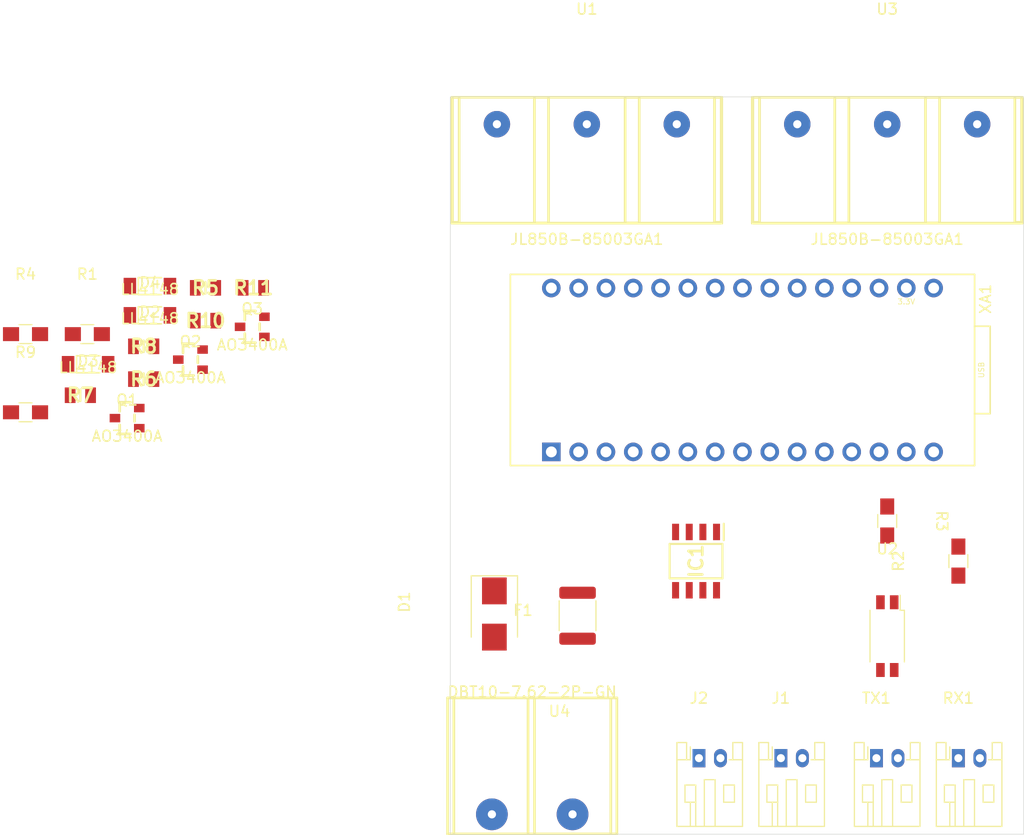
<source format=kicad_pcb>
(kicad_pcb (version 20211014) (generator pcbnew)
  (layers (0 "F.Cu" signal) (31 "B.Cu" signal) (34 "B.Paste" user) (35 "F.Paste" user) (36 "B.SilkS" user "B.Silkscreen") (37 "F.SilkS" user "F.Silkscreen") (38 "B.Mask" user) (39 "F.Mask" user) (44 "Edge.Cuts" user))
  (net 0 "")
  (net 1 "GND")
  (net 2 "R1+")
  (net 20 "R2-")
  (net 21 "R1-")
  (net 22 "RS485_RX")
  (net 23 "RS485_EN")
  (net 24 "RS485_TX")
  (net 25 "R3-")
  (net 26 "Net-(F1-Pad2)")
  (net 27 "Net-(Q1-Pad1)")
  (net 28 "Net-(Q2-Pad1)")
  (net 29 "Net-(Q3-Pad1)")
  (net 30 "Net-(IC1-Pad6)")
  (net 31 "Net-(IC1-Pad7)")
  (net 32 "Relay2")
  (net 33 "Net-(R3-Pad1)")
  (net 34 "Net-(R2-Pad2)")
  (net 35 "Net-(R3-Pad2)")
  (net 36 "Relay1")
  (net 37 "Net-(LED1-Pad2)")
  (net 38 "Net-(LED2-Pad2)")
  (net 39 "Relay3")
  (net 40 "Net-(LED3-Pad2)")
  (net 41 "Net-(TX1-Pad1)")
  (net 42 "Net-(TX1-Pad2)")
  (footprint "librarie2:0805W8F1002T5E" (layer "F.Cu") (at 180.329325 58.1515)
    (fp_text reference "R7" (at 0 0) (layer "F.SilkS") (effects (font (size 1.27 1.27) (thickness 0.254))))
    (fp_text value "10K" hide)
    (fp_line (start 0 -0.538) (end 0 0.538) (layer "F.SilkS") (width 0.2))
    (pad "1" smd rect locked (at -0.95 0) (size 1 1.45) (layers "F.Cu" "F.Paste" "F.Mask") (net 1 "GND"))
    (pad "2" smd rect locked (at 0.95 0) (size 1 1.45) (layers "F.Cu" "F.Paste" "F.Mask") (net 27 "Net-(Q1-Pad1)"))
  )
  (footprint "ModuleV440:resistor" (layer "F.Cu") (at 180.979325 47.3865)
    (fp_text reference "R1" (at 0 -0.5 unlocked) (layer "F.SilkS"))
    (fp_text value "220R")
    (fp_line (start -0.6 4.2) (end 0.6 4.2) (layer "F.SilkS") (width 0.12))
    (fp_line (start 0.6 5.96) (end -0.6 5.96) (layer "F.SilkS") (width 0.12))
    (pad "1" smd rect (at 1.35 5.08 180) (size 1.5 1.3) (layers "F.Cu" "F.Paste" "F.Mask") (net 32 "Relay2"))
    (pad "2" smd rect (at -1.35 5.08 180) (size 1.5 1.3) (layers "F.Cu" "F.Paste" "F.Mask") (net 27 "Net-(Q1-Pad1)"))
  )
  (footprint "librarie:JL850B-85003GA1" (layer "F.Cu") (at 255.38 32.94)
    (fp_text reference "U3" (at 0 -10.705) (layer "F.SilkS"))
    (fp_text value "JL850B-85003GA1" (at 0 10.705) (layer "F.SilkS"))
    (fp_line (start -12.54925 -2.5) (end 12.54925 -2.5) (layer "F.SilkS") (width 0.25))
    (fp_line (start -12.54925 9.20275) (end 12.54925 9.20275) (layer "F.SilkS") (width 0.25))
    (fp_line (start -4.875 9.1875) (end -4.875 -2.5) (layer "F.SilkS") (width 0.25))
    (fp_line (start -12.5 9.125) (end -12.5 -2.5) (layer "F.SilkS") (width 0.25))
    (fp_line (start 11.875 9.125) (end 11.875 -2.5) (layer "F.SilkS") (width 0.25))
    (fp_line (start -4.875 -2.5) (end -3.5625 -2.5) (layer "F.SilkS") (width 0.25))
    (fp_line (start 4.875 -2.5) (end 4.875 9.1875) (layer "F.SilkS") (width 0.25))
    (fp_line (start 12.5 9.125) (end 11.875 9.125) (layer "F.SilkS") (width 0.25))
    (fp_line (start -11.875 9.125) (end -12.5 9.125) (layer "F.SilkS") (width 0.25))
    (fp_line (start -12.54925 -2.5) (end -12.54925 9.20275) (layer "F.SilkS") (width 0.25))
    (fp_line (start 12.54925 -2.5) (end 12.54925 9.20275) (layer "F.SilkS") (width 0.25))
    (fp_line (start 3.5625 9.1875) (end 3.5625 -2.5) (layer "F.SilkS") (width 0.25))
    (fp_line (start -11.875 -2.5) (end -11.875 9.125) (layer "F.SilkS") (width 0.25))
    (fp_line (start -12.5 -2.5) (end -11.875 -2.5) (layer "F.SilkS") (width 0.25))
    (fp_line (start -3.5625 9.1875) (end -4.875 9.1875) (layer "F.SilkS") (width 0.25))
    (fp_line (start 4.875 9.1875) (end 3.5625 9.1875) (layer "F.SilkS") (width 0.25))
    (fp_line (start 12.5 -2.5) (end 12.5 9.125) (layer "F.SilkS") (width 0.25))
    (fp_line (start 3.5625 -2.5) (end 4.875 -2.5) (layer "F.SilkS") (width 0.25))
    (fp_line (start -3.5625 -2.5) (end -3.5625 9.1875) (layer "F.SilkS") (width 0.25))
    (fp_line (start 11.875 -2.5) (end 12.5 -2.5) (layer "F.SilkS") (width 0.25))
    (pad "1" thru_hole circle locked (at -8.365 0) (size 2.460625 2.460625) (drill 0.762) (layers *.Cu *.Mask) (net 2 "R1+"))
    (pad "2" thru_hole circle locked (at 0 0) (size 2.460625 2.460625) (drill 0.762) (layers *.Cu *.Mask) (net 2 "R1+"))
    (pad "3" thru_hole circle locked (at 8.3675 0) (size 2.460625 2.460625) (drill 0.762) (layers *.Cu *.Mask) (net 2 "R1+"))
  )
  (footprint "librarie:DBT10-7.62-2P-GN" (layer "F.Cu") (at 222.36 97.133 180)
    (fp_text reference "U4" (at -2.54 9.583) (layer "F.SilkS"))
    (fp_text value "DBT10-7.62-2P-GN" (at 0 11.38) (layer "F.SilkS"))
    (fp_line (start -7.874 10.82675) (end 7.874 10.82675) (layer "F.SilkS") (width 0.25))
    (fp_line (start -7.874 -1.82075) (end -7.874 10.82675) (layer "F.SilkS") (width 0.25))
    (fp_line (start -7.3115 -1.82075) (end -7.3115 10.82675) (layer "F.SilkS") (width 0.25))
    (fp_line (start 7.2885 -1.82075) (end 7.2885 10.82675) (layer "F.SilkS") (width 0.25))
    (fp_line (start 0.3885 -1.82075) (end 0.3885 10.82675) (layer "F.SilkS") (width 0.25))
    (fp_line (start -0.2115 -1.82075) (end -0.2115 10.82675) (layer "F.SilkS") (width 0.25))
    (fp_line (start -7.874 -1.82075) (end 7.874 -1.82075) (layer "F.SilkS") (width 0.25))
    (fp_line (start 7.874 -1.82075) (end 7.874 10.82675) (layer "F.SilkS") (width 0.25))
    (pad "1" thru_hole circle locked (at -3.75 0 180) (size 2.95275 2.95275) (drill 0.762) (layers *.Cu *.Mask) (net 26 "Net-(F1-Pad2)"))
    (pad "2" thru_hole circle locked (at 3.75 0 180) (size 2.95275 2.95275) (drill 0.762) (layers *.Cu *.Mask) (net 1 "GND"))
  )
  (footprint "ModuleV440:diodeSMB" (layer "F.Cu") (at 218.55 77.39 90)
    (fp_text reference "D1" (at 0 -8.08 90 unlocked) (layer "F.SilkS"))
    (fp_text value "SMBJ5.0A")
    (fp_line (start 2.44 2.44) (end 2.44 -1.86) (layer "F.SilkS") (width 0.12))
    (fp_line (start 2.44 -1.86) (end -3.26 -1.86) (layer "F.SilkS") (width 0.12))
    (fp_line (start 2.44 2.44) (end -3.26 2.44) (layer "F.SilkS") (width 0.12))
    (pad "1" smd rect (at 1.04 0.29 270) (size 2.5 2.3) (layers "F.Cu" "F.Paste" "F.Mask") (net 2 "R1+"))
    (pad "2" smd rect (at -3.26 0.29 270) (size 2.5 2.3) (layers "F.Cu" "F.Paste" "F.Mask") (net 1 "GND"))
  )
  (footprint "librarie2:0805W8F1002T5E" (layer "F.Cu") (at 186.219325 53.6015)
    (fp_text reference "R8" (at 0 0) (layer "F.SilkS") (effects (font (size 1.27 1.27) (thickness 0.254))))
    (fp_text value "10K" hide)
    (fp_line (start 0 -0.538) (end 0 0.538) (layer "F.SilkS") (width 0.2))
    (pad "1" smd rect locked (at -0.95 0) (size 1 1.45) (layers "F.Cu" "F.Paste" "F.Mask") (net 1 "GND"))
    (pad "2" smd rect locked (at 0.95 0) (size 1 1.45) (layers "F.Cu" "F.Paste" "F.Mask") (net 28 "Net-(Q2-Pad1)"))
  )
  (footprint "librarie2:LL4148" (layer "F.Cu") (at 186.8 48)
    (fp_text reference "D4" (at 0 -0.305) (layer "F.SilkS"))
    (fp_text value "LL4148" (at 0 0.305) (layer "F.SilkS"))
    (fp_line (start -1.0795 -0.7885) (end 1.0795 -0.7885) (layer "F.SilkS") (width 0.15))
    (fp_line (start -1.0795 0.7885) (end 1.0795 0.7885) (layer "F.SilkS") (width 0.15))
    (fp_line (start -1.0795 -0.7885) (end -1.0795 0.7885) (layer "F.SilkS") (width 0.15))
    (pad "1" smd rect locked (at 1.8625 0) (size 1.16635 1.54135) (layers "F.Cu" "F.Paste" "F.Mask") (net 2 "R1+"))
    (pad "2" smd rect locked (at -1.8625 0) (size 1.16635 1.54135) (layers "F.Cu" "F.Paste" "F.Mask") (net 25 "R3-"))
  )
  (footprint "ModuleV440:resistor" (layer "F.Cu") (at 260.46 69.85 -90)
    (fp_text reference "R3" (at 0 0 -90 unlocked) (layer "F.SilkS"))
    (fp_text value "220R")
    (fp_line (start -0.6 4.2) (end 0.6 4.2) (layer "F.SilkS") (width 0.12))
    (fp_line (start 0.6 5.96) (end -0.6 5.96) (layer "F.SilkS") (width 0.12))
    (pad "1" smd rect (at 1.35 5.08 90) (size 1.5 1.3) (layers "F.Cu" "F.Paste" "F.Mask") (net 33 "Net-(R3-Pad1)"))
    (pad "2" smd rect (at -1.35 5.08 90) (size 1.5 1.3) (layers "F.Cu" "F.Paste" "F.Mask") (net 35 "Net-(R3-Pad2)"))
  )
  (footprint "ModuleV440:resistor" (layer "F.Cu") (at 256.92 73.58 90)
    (fp_text reference "R2" (at 0 -0.5 90 unlocked) (layer "F.SilkS"))
    (fp_text value "2K2")
    (fp_line (start -0.6 4.2) (end 0.6 4.2) (layer "F.SilkS") (width 0.12))
    (fp_line (start 0.6 5.96) (end -0.6 5.96) (layer "F.SilkS") (width 0.12))
    (pad "1" smd rect (at 1.35 5.08 270) (size 1.5 1.3) (layers "F.Cu" "F.Paste" "F.Mask") (net 1 "GND"))
    (pad "2" smd rect (at -1.35 5.08 270) (size 1.5 1.3) (layers "F.Cu" "F.Paste" "F.Mask") (net 34 "Net-(R2-Pad2)"))
  )
  (footprint "ModuleV440:fuse" (layer "F.Cu") (at 221.4975 78.66)
    (fp_text reference "F1" (at 0 -0.5 unlocked) (layer "F.SilkS"))
    (fp_text value "mSMD150")
    (fp_line (start 3.37 -1.386252) (end 3.37 1.386252) (layer "F.SilkS") (width 0.12))
    (fp_line (start 6.79 -1.386252) (end 6.79 1.386252) (layer "F.SilkS") (width 0.12))
    (pad "1" smd roundrect (at 5.08 -2.1375 270) (size 1.125 3.4) (layers "F.Cu" "F.Paste" "F.Mask") (roundrect_rratio 0.222222) (net 2 "R1+"))
    (pad "2" smd roundrect (at 5.08 2.1375 270) (size 1.125 3.4) (layers "F.Cu" "F.Paste" "F.Mask") (roundrect_rratio 0.222222) (net 26 "Net-(F1-Pad2)"))
  )
  (footprint "librarie2:0805W8F5600T5E" (layer "F.Cu") (at 191.969325 48.1615)
    (fp_text reference "R5" (at 0 0) (layer "F.SilkS") (effects (font (size 1.27 1.27) (thickness 0.254))))
    (fp_text value "560" hide)
    (fp_line (start 0 -0.538) (end 0 0.538) (layer "F.SilkS") (width 0.2))
    (pad "1" smd rect locked (at -0.95 0) (size 1 1.45) (layers "F.Cu" "F.Paste" "F.Mask") (net 37 "Net-(LED1-Pad2)"))
    (pad "2" smd rect locked (at 0.95 0) (size 1 1.45) (layers "F.Cu" "F.Paste" "F.Mask") (net 2 "R1+"))
  )
  (footprint "librarie:JL850B-85003GA1" (layer "F.Cu") (at 227.44 32.94)
    (fp_text reference "U1" (at 0 -10.705) (layer "F.SilkS"))
    (fp_text value "JL850B-85003GA1" (at 0 10.705) (layer "F.SilkS"))
    (fp_line (start 4.875 9.1875) (end 3.5625 9.1875) (layer "F.SilkS") (width 0.25))
    (fp_line (start -3.5625 -2.5) (end -3.5625 9.1875) (layer "F.SilkS") (width 0.25))
    (fp_line (start -12.54925 9.20275) (end 12.54925 9.20275) (layer "F.SilkS") (width 0.25))
    (fp_line (start 11.875 9.125) (end 11.875 -2.5) (layer "F.SilkS") (width 0.25))
    (fp_line (start 4.875 -2.5) (end 4.875 9.1875) (layer "F.SilkS") (width 0.25))
    (fp_line (start -12.5 -2.5) (end -11.875 -2.5) (layer "F.SilkS") (width 0.25))
    (fp_line (start -12.5 9.125) (end -12.5 -2.5) (layer "F.SilkS") (width 0.25))
    (fp_line (start 12.5 9.125) (end 11.875 9.125) (layer "F.SilkS") (width 0.25))
    (fp_line (start -11.875 9.125) (end -12.5 9.125) (layer "F.SilkS") (width 0.25))
    (fp_line (start -4.875 9.1875) (end -4.875 -2.5) (layer "F.SilkS") (width 0.25))
    (fp_line (start 3.5625 9.1875) (end 3.5625 -2.5) (layer "F.SilkS") (width 0.25))
    (fp_line (start -4.875 -2.5) (end -3.5625 -2.5) (layer "F.SilkS") (width 0.25))
    (fp_line (start -12.54925 -2.5) (end -12.54925 9.20275) (layer "F.SilkS") (width 0.25))
    (fp_line (start 12.54925 -2.5) (end 12.54925 9.20275) (layer "F.SilkS") (width 0.25))
    (fp_line (start -11.875 -2.5) (end -11.875 9.125) (layer "F.SilkS") (width 0.25))
    (fp_line (start 3.5625 -2.5) (end 4.875 -2.5) (layer "F.SilkS") (width 0.25))
    (fp_line (start -3.5625 9.1875) (end -4.875 9.1875) (layer "F.SilkS") (width 0.25))
    (fp_line (start -12.54925 -2.5) (end 12.54925 -2.5) (layer "F.SilkS") (width 0.25))
    (fp_line (start 11.875 -2.5) (end 12.5 -2.5) (layer "F.SilkS") (width 0.25))
    (fp_line (start 12.5 -2.5) (end 12.5 9.125) (layer "F.SilkS") (width 0.25))
    (pad "1" thru_hole circle locked (at -8.365 0) (size 2.460625 2.460625) (drill 0.762) (layers *.Cu *.Mask) (net 25 "R3-"))
    (pad "2" thru_hole circle locked (at 0 0) (size 2.460625 2.460625) (drill 0.762) (layers *.Cu *.Mask) (net 20 "R2-"))
    (pad "3" thru_hole circle locked (at 8.3675 0) (size 2.460625 2.460625) (drill 0.762) (layers *.Cu *.Mask) (net 21 "R1-"))
  )
  (footprint "ModuleV440:jst" (layer "F.Cu") (at 245.49 86.8275)
    (fp_text reference "J1" (at 0 -0.5 unlocked) (layer "F.SilkS"))
    (fp_text value "Transmit")
    (fp_line (start -1.15 3.63) (end -2.05 3.63) (layer "F.SilkS") (width 0.12))
    (fp_line (start 4.05 5.23) (end 3.15 5.23) (layer "F.SilkS") (width 0.12))
    (fp_line (start 4.05 3.63) (end 3.15 3.63) (layer "F.SilkS") (width 0.12))
    (fp_line (start 1.5 7.08) (end 1.5 11.43) (layer "F.SilkS") (width 0.12))
    (fp_line (start 0.5 7.08) (end 1.5 7.08) (layer "F.SilkS") (width 0.12))
    (fp_line (start -2.05 11.43) (end 4.05 11.43) (layer "F.SilkS") (width 0.12))
    (fp_line (start -0.3 7.58) (end -1.3 7.58) (layer "F.SilkS") (width 0.12))
    (fp_line (start -0.3 9.18) (end -0.3 7.58) (layer "F.SilkS") (width 0.12))
    (fp_line (start -0.3 9.18) (end -0.3 11.43) (layer "F.SilkS") (width 0.12))
    (fp_line (start -2.05 5.23) (end -1.15 5.23) (layer "F.SilkS") (width 0.12))
    (fp_line (start -1.15 5.23) (end -1.15 3.63) (layer "F.SilkS") (width 0.12))
    (fp_line (start -0.8 5.23) (end -1.15 5.23) (layer "F.SilkS") (width 0.12))
    (fp_line (start 3.3 9.18) (end 2.3 9.18) (layer "F.SilkS") (width 0.12))
    (fp_line (start -1.3 9.18) (end -0.3 9.18) (layer "F.SilkS") (width 0.12))
    (fp_line (start 3.15 3.63) (end 3.15 5.23) (layer "F.SilkS") (width 0.12))
    (fp_line (start -0.8 9.18) (end -0.8 11.43) (layer "F.SilkS") (width 0.12))
    (fp_line (start -0.8 5.23) (end -0.8 4.03) (layer "F.SilkS") (width 0.12))
    (fp_line (start -2.05 3.63) (end -2.05 11.43) (layer "F.SilkS") (width 0.12))
    (fp_line (start -1.3 7.58) (end -1.3 9.18) (layer "F.SilkS") (width 0.12))
    (fp_line (start 2.3 7.58) (end 3.3 7.58) (layer "F.SilkS") (width 0.12))
    (fp_line (start 3.15 5.23) (end 2.8 5.23) (layer "F.SilkS") (width 0.12))
    (fp_line (start 2.3 9.18) (end 2.3 7.58) (layer "F.SilkS") (width 0.12))
    (fp_line (start 3.3 7.58) (end 3.3 9.18) (layer "F.SilkS") (width 0.12))
    (fp_line (start 4.05 11.43) (end 4.05 3.63) (layer "F.SilkS") (width 0.12))
    (fp_line (start 0.5 11.43) (end 0.5 7.08) (layer "F.SilkS") (width 0.12))
    (pad "1" thru_hole rect (at 0 5.08) (size 1.2 1.7) (drill 0.75) (layers *.Cu *.Mask) (net 30 "Net-(IC1-Pad6)"))
    (pad "2" thru_hole oval (at 2 5.08) (size 1.2 1.7) (drill 0.75) (layers *.Cu *.Mask) (net 31 "Net-(IC1-Pad7)"))
  )
  (footprint "librarie2:0805W8F1002T5E" (layer "F.Cu") (at 196.419325 48.1615)
    (fp_text reference "R11" (at 0 0) (layer "F.SilkS") (effects (font (size 1.27 1.27) (thickness 0.254))))
    (fp_text value "10K" hide)
    (fp_line (start 0 -0.538) (end 0 0.538) (layer "F.SilkS") (width 0.2))
    (pad "1" smd rect locked (at -0.95 0) (size 1 1.45) (layers "F.Cu" "F.Paste" "F.Mask") (net 1 "GND"))
    (pad "2" smd rect locked (at 0.95 0) (size 1 1.45) (layers "F.Cu" "F.Paste" "F.Mask") (net 29 "Net-(Q3-Pad1)"))
  )
  (footprint "ModuleV440:jst" (layer "F.Cu") (at 237.87 86.8275)
    (fp_text reference "J2" (at 0 -0.5 unlocked) (layer "F.SilkS"))
    (fp_text value "Transmit")
    (fp_line (start 0.5 11.43) (end 0.5 7.08) (layer "F.SilkS") (width 0.12))
    (fp_line (start -0.3 7.58) (end -1.3 7.58) (layer "F.SilkS") (width 0.12))
    (fp_line (start -1.3 9.18) (end -0.3 9.18) (layer "F.SilkS") (width 0.12))
    (fp_line (start 2.3 7.58) (end 3.3 7.58) (layer "F.SilkS") (width 0.12))
    (fp_line (start 4.05 5.23) (end 3.15 5.23) (layer "F.SilkS") (width 0.12))
    (fp_line (start 3.15 5.23) (end 2.8 5.23) (layer "F.SilkS") (width 0.12))
    (fp_line (start -2.05 11.43) (end 4.05 11.43) (layer "F.SilkS") (width 0.12))
    (fp_line (start -1.3 7.58) (end -1.3 9.18) (layer "F.SilkS") (width 0.12))
    (fp_line (start 4.05 11.43) (end 4.05 3.63) (layer "F.SilkS") (width 0.12))
    (fp_line (start -0.8 5.23) (end -1.15 5.23) (layer "F.SilkS") (width 0.12))
    (fp_line (start 3.3 7.58) (end 3.3 9.18) (layer "F.SilkS") (width 0.12))
    (fp_line (start 4.05 3.63) (end 3.15 3.63) (layer "F.SilkS") (width 0.12))
    (fp_line (start 2.3 9.18) (end 2.3 7.58) (layer "F.SilkS") (width 0.12))
    (fp_line (start -2.05 3.63) (end -2.05 11.43) (layer "F.SilkS") (width 0.12))
    (fp_line (start 3.15 3.63) (end 3.15 5.23) (layer "F.SilkS") (width 0.12))
    (fp_line (start -0.3 9.18) (end -0.3 11.43) (layer "F.SilkS") (width 0.12))
    (fp_line (start -0.8 9.18) (end -0.8 11.43) (layer "F.SilkS") (width 0.12))
    (fp_line (start -1.15 5.23) (end -1.15 3.63) (layer "F.SilkS") (width 0.12))
    (fp_line (start -1.15 3.63) (end -2.05 3.63) (layer "F.SilkS") (width 0.12))
    (fp_line (start -0.8 5.23) (end -0.8 4.03) (layer "F.SilkS") (width 0.12))
    (fp_line (start -0.3 9.18) (end -0.3 7.58) (layer "F.SilkS") (width 0.12))
    (fp_line (start -2.05 5.23) (end -1.15 5.23) (layer "F.SilkS") (width 0.12))
    (fp_line (start 1.5 7.08) (end 1.5 11.43) (layer "F.SilkS") (width 0.12))
    (fp_line (start 0.5 7.08) (end 1.5 7.08) (layer "F.SilkS") (width 0.12))
    (fp_line (start 3.3 9.18) (end 2.3 9.18) (layer "F.SilkS") (width 0.12))
    (pad "1" thru_hole rect (at 0 5.08) (size 1.2 1.7) (drill 0.75) (layers *.Cu *.Mask) (net 30 "Net-(IC1-Pad6)"))
    (pad "2" thru_hole oval (at 2 5.08) (size 1.2 1.7) (drill 0.75) (layers *.Cu *.Mask) (net 31 "Net-(IC1-Pad7)"))
  )
  (footprint "librarie2:AO3400A" (layer "F.Cu") (at 190.56785 54.8378)
    (fp_text reference "Q2" (at 0 -1.68) (layer "F.SilkS"))
    (fp_text value "AO3400A" (at 0 1.68) (layer "F.SilkS"))
    (fp_line (start 0.6891 0.30895) (end 0.6891 -0.30905) (layer "F.SilkS") (width 0.25))
    (fp_line (start -0.6889 -1.4763) (end 0.29535 -1.4763) (layer "F.SilkS") (width 0.25))
    (fp_line (start -0.6889 1.47645) (end 0.29535 1.47645) (layer "F.SilkS") (width 0.25))
    (fp_line (start -0.6889 1.47645) (end -0.6889 0.62595) (layer "F.SilkS") (width 0.25))
    (fp_line (start -0.6889 -0.62605) (end -0.6889 -1.4763) (layer "F.SilkS") (width 0.25))
    (pad "1" smd rect locked (at 1.1311 0.93495) (size 0.98425 0.7874) (layers "F.Cu" "F.Paste" "F.Mask") (net 28 "Net-(Q2-Pad1)"))
    (pad "2" smd rect locked (at 1.1311 -0.93505) (size 0.98425 0.7874) (layers "F.Cu" "F.Paste" "F.Mask") (net 1 "GND"))
    (pad "3" smd rect locked (at -1.1314 -0.00005) (size 0.98425 0.7874) (layers "F.Cu" "F.Paste" "F.Mask") (net 21 "R1-"))
  )
  (footprint "librarie2:0805W8F5600T5E" (layer "F.Cu") (at 191.969325 51.2115)
    (fp_text reference "R10" (at 0 0) (layer "F.SilkS") (effects (font (size 1.27 1.27) (thickness 0.254))))
    (fp_text value "560" hide)
    (fp_line (start 0 -0.538) (end 0 0.538) (layer "F.SilkS") (width 0.2))
    (pad "1" smd rect locked (at -0.95 0) (size 1 1.45) (layers "F.Cu" "F.Paste" "F.Mask") (net 40 "Net-(LED3-Pad2)"))
    (pad "2" smd rect locked (at 0.95 0) (size 1 1.45) (layers "F.Cu" "F.Paste" "F.Mask") (net 2 "R1+"))
  )
  (footprint "ModuleV440:jst" (layer "F.Cu") (at 254.38 86.8275)
    (fp_text reference "TX1" (at 0 -0.5 unlocked) (layer "F.SilkS"))
    (fp_text value "Transmit")
    (fp_line (start -0.8 5.23) (end -1.15 5.23) (layer "F.SilkS") (width 0.12))
    (fp_line (start 0.5 11.43) (end 0.5 7.08) (layer "F.SilkS") (width 0.12))
    (fp_line (start 1.5 7.08) (end 1.5 11.43) (layer "F.SilkS") (width 0.12))
    (fp_line (start -0.8 5.23) (end -0.8 4.03) (layer "F.SilkS") (width 0.12))
    (fp_line (start 3.3 7.58) (end 3.3 9.18) (layer "F.SilkS") (width 0.12))
    (fp_line (start -0.3 9.18) (end -0.3 11.43) (layer "F.SilkS") (width 0.12))
    (fp_line (start -2.05 5.23) (end -1.15 5.23) (layer "F.SilkS") (width 0.12))
    (fp_line (start -0.3 9.18) (end -0.3 7.58) (layer "F.SilkS") (width 0.12))
    (fp_line (start -1.3 7.58) (end -1.3 9.18) (layer "F.SilkS") (width 0.12))
    (fp_line (start 3.15 5.23) (end 2.8 5.23) (layer "F.SilkS") (width 0.12))
    (fp_line (start -1.15 5.23) (end -1.15 3.63) (layer "F.SilkS") (width 0.12))
    (fp_line (start -2.05 3.63) (end -2.05 11.43) (layer "F.SilkS") (width 0.12))
    (fp_line (start 3.3 9.18) (end 2.3 9.18) (layer "F.SilkS") (width 0.12))
    (fp_line (start 4.05 11.43) (end 4.05 3.63) (layer "F.SilkS") (width 0.12))
    (fp_line (start -0.3 7.58) (end -1.3 7.58) (layer "F.SilkS") (width 0.12))
    (fp_line (start 0.5 7.08) (end 1.5 7.08) (layer "F.SilkS") (width 0.12))
    (fp_line (start 4.05 3.63) (end 3.15 3.63) (layer "F.SilkS") (width 0.12))
    (fp_line (start -1.3 9.18) (end -0.3 9.18) (layer "F.SilkS") (width 0.12))
    (fp_line (start -2.05 11.43) (end 4.05 11.43) (layer "F.SilkS") (width 0.12))
    (fp_line (start -1.15 3.63) (end -2.05 3.63) (layer "F.SilkS") (width 0.12))
    (fp_line (start -0.8 9.18) (end -0.8 11.43) (layer "F.SilkS") (width 0.12))
    (fp_line (start 2.3 7.58) (end 3.3 7.58) (layer "F.SilkS") (width 0.12))
    (fp_line (start 2.3 9.18) (end 2.3 7.58) (layer "F.SilkS") (width 0.12))
    (fp_line (start 4.05 5.23) (end 3.15 5.23) (layer "F.SilkS") (width 0.12))
    (fp_line (start 3.15 3.63) (end 3.15 5.23) (layer "F.SilkS") (width 0.12))
    (pad "1" thru_hole rect (at 0 5.08) (size 1.2 1.7) (drill 0.75) (layers *.Cu *.Mask) (net 41 "Net-(TX1-Pad1)"))
    (pad "2" thru_hole oval (at 2 5.08) (size 1.2 1.7) (drill 0.75) (layers *.Cu *.Mask) (net 42 "Net-(TX1-Pad2)"))
  )
  (footprint "ModuleV440:opto" (layer "F.Cu") (at 255.39 72.9375)
    (fp_text reference "U2" (at 0 -0.5 unlocked) (layer "F.SilkS"))
    (fp_text value "EL3H7(B)(TA)-G")
    (fp_line (start 1.19 5.22) (end 1.19 3.82) (layer "F.SilkS") (width 0.12))
    (fp_line (start 1.59 5.22) (end 1.19 5.22) (layer "F.SilkS") (width 0.12))
    (fp_line (start 1.59 5.22) (end 1.59 10.02) (layer "F.SilkS") (width 0.12))
    (fp_line (start -1.61 5.22) (end -1.61 10.02) (layer "F.SilkS") (width 0.12))
    (pad "1" smd rect (at 0.64 4.47 270) (size 1.3 0.8) (layers "F.Cu" "F.Paste" "F.Mask") (net 33 "Net-(R3-Pad1)"))
    (pad "2" smd rect (at -0.64 4.47 270) (size 1.3 0.8) (layers "F.Cu" "F.Paste" "F.Mask") (net 1 "GND"))
    (pad "3" smd rect (at -0.64 10.77 270) (size 1.3 0.8) (layers "F.Cu" "F.Paste" "F.Mask") (net 41 "Net-(TX1-Pad1)"))
    (pad "4" smd rect (at 0.64 10.77 270) (size 1.3 0.8) (layers "F.Cu" "F.Paste" "F.Mask") (net 42 "Net-(TX1-Pad2)"))
  )
  (footprint "librarie2:0805W8F5600T5E" (layer "F.Cu") (at 186.219325 56.6515)
    (fp_text reference "R6" (at 0 0) (layer "F.SilkS") (effects (font (size 1.27 1.27) (thickness 0.254))))
    (fp_text value "560" hide)
    (fp_line (start 0 -0.538) (end 0 0.538) (layer "F.SilkS") (width 0.2))
    (pad "1" smd rect locked (at -0.95 0) (size 1 1.45) (layers "F.Cu" "F.Paste" "F.Mask") (net 38 "Net-(LED2-Pad2)"))
    (pad "2" smd rect locked (at 0.95 0) (size 1 1.45) (layers "F.Cu" "F.Paste" "F.Mask") (net 2 "R1+"))
  )
  (footprint "librarie2:AO3400A" (layer "F.Cu") (at 196.31785 51.7878)
    (fp_text reference "Q3" (at 0 -1.68) (layer "F.SilkS"))
    (fp_text value "AO3400A" (at 0 1.68) (layer "F.SilkS"))
    (fp_line (start -0.6889 -1.4763) (end 0.29535 -1.4763) (layer "F.SilkS") (width 0.25))
    (fp_line (start -0.6889 1.47645) (end -0.6889 0.62595) (layer "F.SilkS") (width 0.25))
    (fp_line (start 0.6891 0.30895) (end 0.6891 -0.30905) (layer "F.SilkS") (width 0.25))
    (fp_line (start -0.6889 1.47645) (end 0.29535 1.47645) (layer "F.SilkS") (width 0.25))
    (fp_line (start -0.6889 -0.62605) (end -0.6889 -1.4763) (layer "F.SilkS") (width 0.25))
    (pad "1" smd rect locked (at 1.1311 0.93495) (size 0.98425 0.7874) (layers "F.Cu" "F.Paste" "F.Mask") (net 29 "Net-(Q3-Pad1)"))
    (pad "2" smd rect locked (at 1.1311 -0.93505) (size 0.98425 0.7874) (layers "F.Cu" "F.Paste" "F.Mask") (net 1 "GND"))
    (pad "3" smd rect locked (at -1.1314 -0.00005) (size 0.98425 0.7874) (layers "F.Cu" "F.Paste" "F.Mask") (net 25 "R3-"))
  )
  (footprint "ModuleV440:resistor" (layer "F.Cu") (at 175.229325 54.6565)
    (fp_text reference "R9" (at 0 -0.5 unlocked) (layer "F.SilkS"))
    (fp_text value "220R")
    (fp_line (start 0.6 5.96) (end -0.6 5.96) (layer "F.SilkS") (width 0.12))
    (fp_line (start -0.6 4.2) (end 0.6 4.2) (layer "F.SilkS") (width 0.12))
    (pad "1" smd rect (at 1.35 5.08 180) (size 1.5 1.3) (layers "F.Cu" "F.Paste" "F.Mask") (net 39 "Relay3"))
    (pad "2" smd rect (at -1.35 5.08 180) (size 1.5 1.3) (layers "F.Cu" "F.Paste" "F.Mask") (net 29 "Net-(Q3-Pad1)"))
  )
  (footprint "librarie:SN75176BDR" (layer "F.Cu") (at 237.6 73.58 -90)
    (fp_text reference "IC1" (at 0 0 90) (layer "F.SilkS") (effects (font (size 1.27 1.27) (thickness 0.254))))
    (fp_text value "SN75176BDR" hide)
    (fp_line (start -1.598 2.452) (end -1.598 -2.452) (layer "F.SilkS") (width 0.2))
    (fp_line (start -3.475 -2.58) (end -1.948 -2.58) (layer "F.SilkS") (width 0.2))
    (fp_line (start 1.598 -2.452) (end 1.598 2.452) (layer "F.SilkS") (width 0.2))
    (fp_line (start 1.598 2.452) (end -1.598 2.452) (layer "F.SilkS") (width 0.2))
    (fp_line (start -1.598 -2.452) (end 1.598 -2.452) (layer "F.SilkS") (width 0.2))
    (pad "1" smd rect locked (at -2.711 -1.905) (size 0.65 1.528) (layers "F.Cu" "F.Paste" "F.Mask") (net 22 "RS485_RX"))
    (pad "2" smd rect locked (at -2.711 -0.635) (size 0.65 1.528) (layers "F.Cu" "F.Paste" "F.Mask") (net 23 "RS485_EN"))
    (pad "3" smd rect locked (at -2.711 0.635) (size 0.65 1.528) (layers "F.Cu" "F.Paste" "F.Mask") (net 23 "RS485_EN"))
    (pad "4" smd rect locked (at -2.711 1.905) (size 0.65 1.528) (layers "F.Cu" "F.Paste" "F.Mask") (net 24 "RS485_TX"))
    (pad "5" smd rect locked (at 2.711 1.905) (size 0.65 1.528) (layers "F.Cu" "F.Paste" "F.Mask") (net 1 "GND"))
    (pad "6" smd rect locked (at 2.711 0.635) (size 0.65 1.528) (layers "F.Cu" "F.Paste" "F.Mask") (net 30 "Net-(IC1-Pad6)"))
    (pad "7" smd rect locked (at 2.711 -0.635) (size 0.65 1.528) (layers "F.Cu" "F.Paste" "F.Mask") (net 31 "Net-(IC1-Pad7)"))
    (pad "8" smd rect locked (at 2.711 -1.905) (size 0.65 1.528) (layers "F.Cu" "F.Paste" "F.Mask") (net 2 "R1+"))
  )
  (footprint "ModuleV440:jst" (layer "F.Cu") (at 262 86.8275)
    (fp_text reference "RX1" (at 0 -0.5 unlocked) (layer "F.SilkS"))
    (fp_text value "Receive")
    (fp_line (start -0.3 9.18) (end -0.3 11.43) (layer "F.SilkS") (width 0.12))
    (fp_line (start -2.05 5.23) (end -1.15 5.23) (layer "F.SilkS") (width 0.12))
    (fp_line (start 2.3 7.58) (end 3.3 7.58) (layer "F.SilkS") (width 0.12))
    (fp_line (start -1.15 3.63) (end -2.05 3.63) (layer "F.SilkS") (width 0.12))
    (fp_line (start 4.05 11.43) (end 4.05 3.63) (layer "F.SilkS") (width 0.12))
    (fp_line (start 3.15 3.63) (end 3.15 5.23) (layer "F.SilkS") (width 0.12))
    (fp_line (start 0.5 7.08) (end 1.5 7.08) (layer "F.SilkS") (width 0.12))
    (fp_line (start -0.8 5.23) (end -1.15 5.23) (layer "F.SilkS") (width 0.12))
    (fp_line (start -1.15 5.23) (end -1.15 3.63) (layer "F.SilkS") (width 0.12))
    (fp_line (start 1.5 7.08) (end 1.5 11.43) (layer "F.SilkS") (width 0.12))
    (fp_line (start -2.05 11.43) (end 4.05 11.43) (layer "F.SilkS") (width 0.12))
    (fp_line (start -0.3 9.18) (end -0.3 7.58) (layer "F.SilkS") (width 0.12))
    (fp_line (start -0.8 9.18) (end -0.8 11.43) (layer "F.SilkS") (width 0.12))
    (fp_line (start 3.3 7.58) (end 3.3 9.18) (layer "F.SilkS") (width 0.12))
    (fp_line (start 4.05 5.23) (end 3.15 5.23) (layer "F.SilkS") (width 0.12))
    (fp_line (start 3.3 9.18) (end 2.3 9.18) (layer "F.SilkS") (width 0.12))
    (fp_line (start -1.3 7.58) (end -1.3 9.18) (layer "F.SilkS") (width 0.12))
    (fp_line (start -0.3 7.58) (end -1.3 7.58) (layer "F.SilkS") (width 0.12))
    (fp_line (start -1.3 9.18) (end -0.3 9.18) (layer "F.SilkS") (width 0.12))
    (fp_line (start -2.05 3.63) (end -2.05 11.43) (layer "F.SilkS") (width 0.12))
    (fp_line (start 2.3 9.18) (end 2.3 7.58) (layer "F.SilkS") (width 0.12))
    (fp_line (start -0.8 5.23) (end -0.8 4.03) (layer "F.SilkS") (width 0.12))
    (fp_line (start 3.15 5.23) (end 2.8 5.23) (layer "F.SilkS") (width 0.12))
    (fp_line (start 4.05 3.63) (end 3.15 3.63) (layer "F.SilkS") (width 0.12))
    (fp_line (start 0.5 11.43) (end 0.5 7.08) (layer "F.SilkS") (width 0.12))
    (pad "1" thru_hole rect (at 0 5.08) (size 1.2 1.7) (drill 0.75) (layers *.Cu *.Mask) (net 34 "Net-(R2-Pad2)"))
    (pad "2" thru_hole oval (at 2 5.08) (size 1.2 1.7) (drill 0.75) (layers *.Cu *.Mask) (net 2 "R1+"))
  )
  (footprint "librarie2:AO3400A" (layer "F.Cu") (at 184.67785 60.2778)
    (fp_text reference "Q1" (at 0 -1.68) (layer "F.SilkS"))
    (fp_text value "AO3400A" (at 0 1.68) (layer "F.SilkS"))
    (fp_line (start -0.6889 1.47645) (end 0.29535 1.47645) (layer "F.SilkS") (width 0.25))
    (fp_line (start -0.6889 1.47645) (end -0.6889 0.62595) (layer "F.SilkS") (width 0.25))
    (fp_line (start -0.6889 -0.62605) (end -0.6889 -1.4763) (layer "F.SilkS") (width 0.25))
    (fp_line (start 0.6891 0.30895) (end 0.6891 -0.30905) (layer "F.SilkS") (width 0.25))
    (fp_line (start -0.6889 -1.4763) (end 0.29535 -1.4763) (layer "F.SilkS") (width 0.25))
    (pad "1" smd rect locked (at 1.1311 0.93495) (size 0.98425 0.7874) (layers "F.Cu" "F.Paste" "F.Mask") (net 27 "Net-(Q1-Pad1)"))
    (pad "2" smd rect locked (at 1.1311 -0.93505) (size 0.98425 0.7874) (layers "F.Cu" "F.Paste" "F.Mask") (net 1 "GND"))
    (pad "3" smd rect locked (at -1.1314 -0.00005) (size 0.98425 0.7874) (layers "F.Cu" "F.Paste" "F.Mask") (net 20 "R2-"))
  )
  (footprint "arduino_nano:arduino_nano" (layer "F.Cu") (at 263.508 55.8 90)
    (fp_text reference "XA1" (at 6.604 1.016 90) (layer "F.SilkS"))
    (fp_text value "Arduino_Nano_Socket")
    (fp_text user "3.3V" (at 6.35 -6.35) (layer "F.SilkS") (effects (font (size 0.5 0.5) (thickness 0.075))))
    (fp_text user "USB" (at 0 0.635 90) (layer "F.SilkS") (effects (font (size 0.5 0.5) (thickness 0.075))))
    (fp_line (start -8.89 -43.18) (end 8.89 -43.18) (layer "F.SilkS") (width 0.15))
    (fp_line (start 4.064 1.45) (end 4.064 0) (layer "F.SilkS") (width 0.15))
    (fp_line (start 8.89 -43.18) (end 8.89 0) (layer "F.SilkS") (width 0.15))
    (fp_line (start -8.89 -43.18) (end -8.89 0) (layer "F.SilkS") (width 0.15))
    (fp_line (start -4.064 1.45) (end 4.064 1.45) (layer "F.SilkS") (width 0.15))
    (fp_line (start -4.064 0) (end -4.064 1.45) (layer "F.SilkS") (width 0.15))
    (fp_line (start -8.89 0) (end 8.89 0) (layer "F.SilkS") (width 0.15))
    (pad "" np_thru_hole circle locked (at 7.62 -1.27 90) (size 1.85 1.85) (drill 1.85) (layers *.Cu *.Mask))
    (pad "" np_thru_hole circle locked (at -7.62 -41.91 90) (size 1.85 1.85) (drill 1.85) (layers *.Cu *.Mask))
    (pad "" np_thru_hole circle locked (at -7.62 -1.27 90) (size 1.85 1.85) (drill 1.85) (layers *.Cu *.Mask))
    (pad "" np_thru_hole circle locked (at 7.62 -41.91 90) (size 1.85 1.85) (drill 1.85) (layers *.Cu *.Mask))
    (pad "3V3" thru_hole circle locked (at 7.62 -6.35 90) (size 1.7272 1.7272) (drill 1.016) (layers *.Cu *.Mask))
    (pad "5V" thru_hole circle locked (at 7.62 -31.75 90) (size 1.7272 1.7272) (drill 1.016) (layers *.Cu *.Mask) (net 2 "R1+"))
    (pad "A0" thru_hole circle locked (at 7.62 -11.43 90) (size 1.7272 1.7272) (drill 1.016) (layers *.Cu *.Mask) (net 36 "Relay1"))
    (pad "A1" thru_hole circle locked (at 7.62 -13.97 90) (size 1.7272 1.7272) (drill 1.016) (layers *.Cu *.Mask) (net 32 "Relay2"))
    (pad "A2" thru_hole circle locked (at 7.62 -16.51 90) (size 1.7272 1.7272) (drill 1.016) (layers *.Cu *.Mask) (net 39 "Relay3"))
    (pad "A3" thru_hole circle locked (at 7.62 -19.05 90) (size 1.7272 1.7272) (drill 1.016) (layers *.Cu *.Mask))
    (pad "A4" thru_hole circle locked (at 7.62 -21.59 90) (size 1.7272 1.7272) (drill 1.016) (layers *.Cu *.Mask))
    (pad "A5" thru_hole circle locked (at 7.62 -24.13 90) (size 1.7272 1.7272) (drill 1.016) (layers *.Cu *.Mask))
    (pad "A6" thru_hole circle locked (at 7.62 -26.67 90) (size 1.7272 1.7272) (drill 1.016) (layers *.Cu *.Mask))
    (pad "A7" thru_hole circle locked (at 7.62 -29.21 90) (size 1.7272 1.7272) (drill 1.016) (layers *.Cu *.Mask))
    (pad "AREF" thru_hole circle locked (at 7.62 -8.89 90) (size 1.7272 1.7272) (drill 1.016) (layers *.Cu *.Mask))
    (pad "D0" thru_hole circle locked (at -7.62 -36.83 90) (size 1.7272 1.7272) (drill 1.016) (layers *.Cu *.Mask) (net 22 "RS485_RX"))
    (pad "D1" thru_hole rect locked (at -7.62 -39.37 90) (size 1.7272 1.7272) (drill 1.016) (layers *.Cu *.Mask) (net 24 "RS485_TX"))
    (pad "D2" thru_hole circle locked (at -7.62 -29.21 90) (size 1.7272 1.7272) (drill 1.016) (layers *.Cu *.Mask))
    (pad "D3" thru_hole circle locked (at -7.62 -26.67 90) (size 1.7272 1.7272) (drill 1.016) (layers *.Cu *.Mask))
    (pad "D4" thru_hole circle locked (at -7.62 -24.13 90) (size 1.7272 1.7272) (drill 1.016) (layers *.Cu *.Mask) (net 23 "RS485_EN"))
    (pad "D5" thru_hole circle locked (at -7.62 -21.59 90) (size 1.7272 1.7272) (drill 1.016) (layers *.Cu *.Mask))
    (pad "D6" thru_hole circle locked (at -7.62 -19.05 90) (size 1.7272 1.7272) (drill 1.016) (layers *.Cu *.Mask))
    (pad "D7" thru_hole circle locked (at -7.62 -16.51 90) (size 1.7272 1.7272) (drill 1.016) (layers *.Cu *.Mask))
    (pad "D8" thru_hole circle locked (at -7.62 -13.97 90) (size 1.7272 1.7272) (drill 1.016) (layers *.Cu *.Mask))
    (pad "D9" thru_hole circle locked (at -7.62 -11.43 90) (size 1.7272 1.7272) (drill 1.016) (layers *.Cu *.Mask))
    (pad "D10" thru_hole circle locked (at -7.62 -8.89 90) (size 1.7272 1.7272) (drill 1.016) (layers *.Cu *.Mask) (net 35 "Net-(R3-Pad2)"))
    (pad "D11" thru_hole circle locked (at -7.62 -6.35 90) (size 1.7272 1.7272) (drill 1.016) (layers *.Cu *.Mask) (net 34 "Net-(R2-Pad2)"))
    (pad "D12" thru_hole circle locked (at -7.62 -3.81 90) (size 1.7272 1.7272) (drill 1.016) (layers *.Cu *.Mask))
    (pad "D13" thru_hole circle locked (at 7.62 -3.81 90) (size 1.7272 1.7272) (drill 1.016) (layers *.Cu *.Mask))
    (pad "GND1" thru_hole circle locked (at -7.62 -31.75 90) (size 1.7272 1.7272) (drill 1.016) (layers *.Cu *.Mask) (net 1 "GND"))
    (pad "GND2" thru_hole circle locked (at 7.62 -36.83 90) (size 1.7272 1.7272) (drill 1.016) (layers *.Cu *.Mask) (net 1 "GND"))
    (pad "RST1" thru_hole circle locked (at -7.62 -34.29 90) (size 1.7272 1.7272) (drill 1.016) (layers *.Cu *.Mask))
    (pad "RST2" thru_hole circle locked (at 7.62 -34.29 90) (size 1.7272 1.7272) (drill 1.016) (layers *.Cu *.Mask))
    (pad "VIN" thru_hole circle locked (at 7.62 -39.37 90) (size 1.7272 1.7272) (drill 1.016) (layers *.Cu *.Mask))
  )
  (footprint "ModuleV440:resistor" (layer "F.Cu") (at 175.229325 47.3865)
    (fp_text reference "R4" (at 0 -0.5 unlocked) (layer "F.SilkS"))
    (fp_text value "220R")
    (fp_line (start -0.6 4.2) (end 0.6 4.2) (layer "F.SilkS") (width 0.12))
    (fp_line (start 0.6 5.96) (end -0.6 5.96) (layer "F.SilkS") (width 0.12))
    (pad "1" smd rect (at 1.35 5.08 180) (size 1.5 1.3) (layers "F.Cu" "F.Paste" "F.Mask") (net 36 "Relay1"))
    (pad "2" smd rect (at -1.35 5.08 180) (size 1.5 1.3) (layers "F.Cu" "F.Paste" "F.Mask") (net 28 "Net-(Q2-Pad1)"))
  )
  (footprint "librarie2:LL4148" (layer "F.Cu") (at 186.8 50.72)
    (fp_text reference "D2" (at 0 -0.305) (layer "F.SilkS"))
    (fp_text value "LL4148" (at 0 0.305) (layer "F.SilkS"))
    (fp_line (start -1.0795 0.7885) (end 1.0795 0.7885) (layer "F.SilkS") (width 0.15))
    (fp_line (start -1.0795 -0.7885) (end -1.0795 0.7885) (layer "F.SilkS") (width 0.15))
    (fp_line (start -1.0795 -0.7885) (end 1.0795 -0.7885) (layer "F.SilkS") (width 0.15))
    (pad "1" smd rect locked (at 1.8625 0) (size 1.16635 1.54135) (layers "F.Cu" "F.Paste" "F.Mask") (net 2 "R1+"))
    (pad "2" smd rect locked (at -1.8625 0) (size 1.16635 1.54135) (layers "F.Cu" "F.Paste" "F.Mask") (net 20 "R2-"))
  )
  (footprint "librarie2:LL4148" (layer "F.Cu") (at 181.05 55.27)
    (fp_text reference "D3" (at 0 -0.305) (layer "F.SilkS"))
    (fp_text value "LL4148" (at 0 0.305) (layer "F.SilkS"))
    (fp_line (start -1.0795 0.7885) (end 1.0795 0.7885) (layer "F.SilkS") (width 0.15))
    (fp_line (start -1.0795 -0.7885) (end -1.0795 0.7885) (layer "F.SilkS") (width 0.15))
    (fp_line (start -1.0795 -0.7885) (end 1.0795 -0.7885) (layer "F.SilkS") (width 0.15))
    (pad "1" smd rect locked (at 1.8625 0) (size 1.16635 1.54135) (layers "F.Cu" "F.Paste" "F.Mask") (net 2 "R1+"))
    (pad "2" smd rect locked (at -1.8625 0) (size 1.16635 1.54135) (layers "F.Cu" "F.Paste" "F.Mask") (net 21 "R1-"))
  )
  (gr_rect (start 214.74 30.4) (end 268.08 98.98) (layer "Edge.Cuts") (width 0.05) (fill none))
)
</source>
